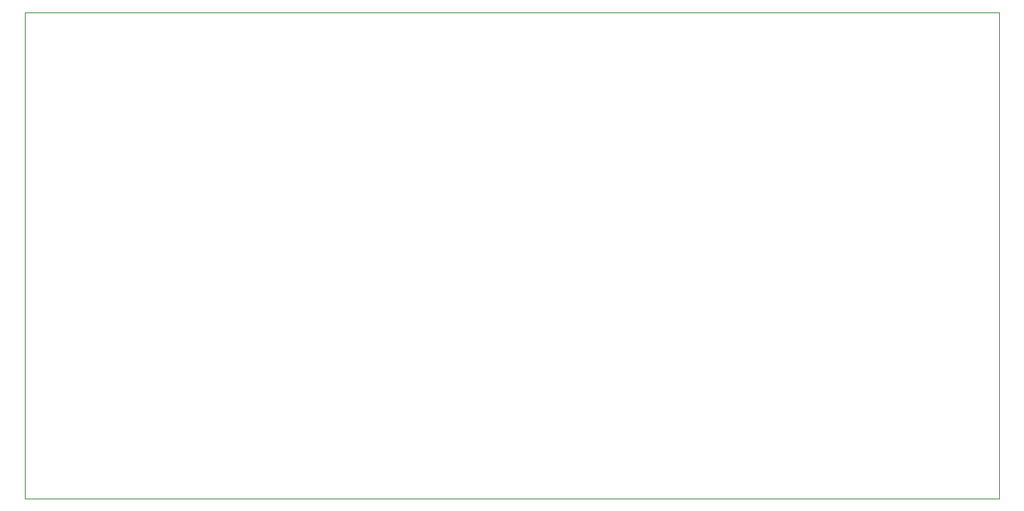
<source format=gbr>
%TF.GenerationSoftware,KiCad,Pcbnew,7.0.9-7.0.9~ubuntu22.04.1*%
%TF.CreationDate,2024-03-26T10:14:33-06:00*%
%TF.ProjectId,StmBoard,53746d42-6f61-4726-942e-6b696361645f,rev?*%
%TF.SameCoordinates,Original*%
%TF.FileFunction,Paste,Bot*%
%TF.FilePolarity,Positive*%
%FSLAX46Y46*%
G04 Gerber Fmt 4.6, Leading zero omitted, Abs format (unit mm)*
G04 Created by KiCad (PCBNEW 7.0.9-7.0.9~ubuntu22.04.1) date 2024-03-26 10:14:33*
%MOMM*%
%LPD*%
G01*
G04 APERTURE LIST*
%TA.AperFunction,Profile*%
%ADD10C,0.100000*%
%TD*%
G04 APERTURE END LIST*
D10*
X73570000Y-75080000D02*
X179650000Y-75080000D01*
X179650000Y-128060000D01*
X73570000Y-128060000D01*
X73570000Y-75080000D01*
M02*

</source>
